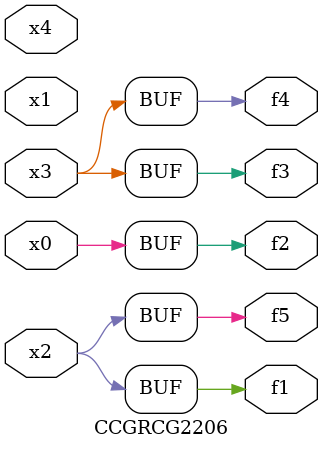
<source format=v>
module CCGRCG2206(
	input x0, x1, x2, x3, x4,
	output f1, f2, f3, f4, f5
);
	assign f1 = x2;
	assign f2 = x0;
	assign f3 = x3;
	assign f4 = x3;
	assign f5 = x2;
endmodule

</source>
